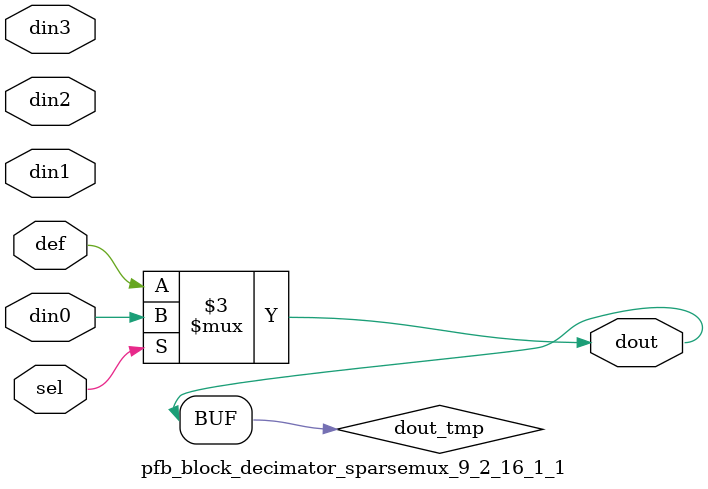
<source format=v>
`timescale 1ns / 1ps

module pfb_block_decimator_sparsemux_9_2_16_1_1 (din0,din1,din2,din3,def,sel,dout);

parameter din0_WIDTH = 1;

parameter din1_WIDTH = 1;

parameter din2_WIDTH = 1;

parameter din3_WIDTH = 1;

parameter def_WIDTH = 1;
parameter sel_WIDTH = 1;
parameter dout_WIDTH = 1;

parameter [sel_WIDTH-1:0] CASE0 = 1;

parameter [sel_WIDTH-1:0] CASE1 = 1;

parameter [sel_WIDTH-1:0] CASE2 = 1;

parameter [sel_WIDTH-1:0] CASE3 = 1;

parameter ID = 1;
parameter NUM_STAGE = 1;



input [din0_WIDTH-1:0] din0;

input [din1_WIDTH-1:0] din1;

input [din2_WIDTH-1:0] din2;

input [din3_WIDTH-1:0] din3;

input [def_WIDTH-1:0] def;
input [sel_WIDTH-1:0] sel;

output [dout_WIDTH-1:0] dout;



reg [dout_WIDTH-1:0] dout_tmp;

always @ (*) begin
case (sel)
    
    CASE0 : dout_tmp = din0;
    
    CASE1 : dout_tmp = din1;
    
    CASE2 : dout_tmp = din2;
    
    CASE3 : dout_tmp = din3;
    
    default : dout_tmp = def;
endcase
end


assign dout = dout_tmp;



endmodule

</source>
